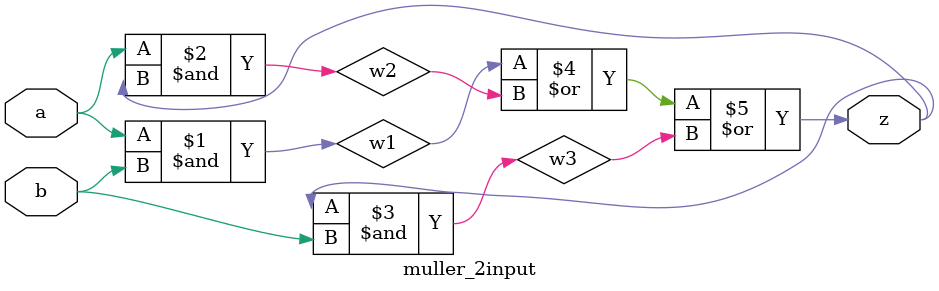
<source format=v>
module muller_2input(a,b,z);

input a,b;

output z;


wire w1,w2,w3;

and a1(w1,a,b);
and a2(w2,a,z);
and a3(w3,z,b);
or  a4(z,w1,w2,w3);

endmodule 
</source>
